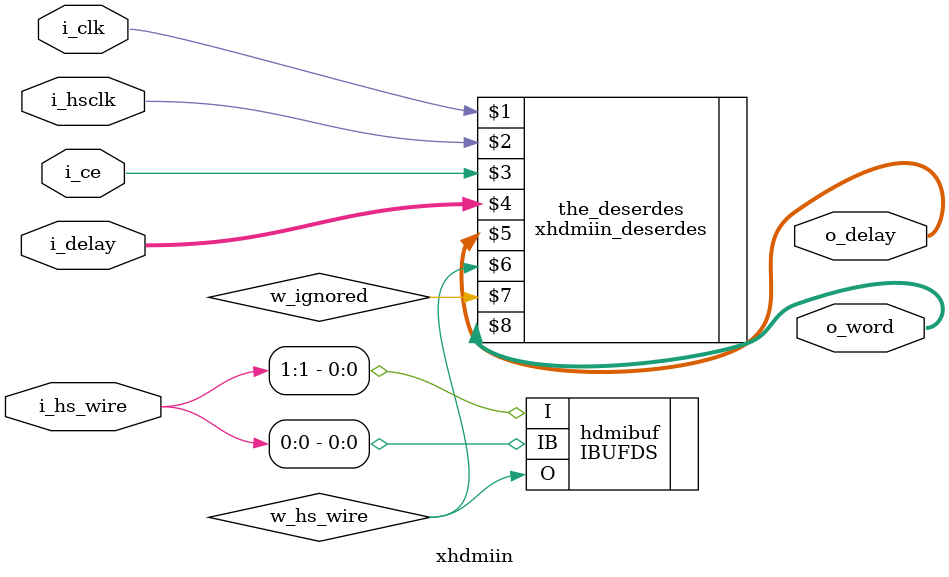
<source format=v>
`default_nettype	none
module	xhdmiin(i_clk, i_hsclk, i_ce, i_delay, o_delay,
			i_hs_wire, o_word);
	parameter	DC = 0;
	input	wire		i_clk;
	input	wire		i_hsclk;
	//
	input	wire		i_ce;
	input	wire	[4:0]	i_delay;
	output	wire	[4:0]	o_delay;
	input	wire	[1:0]	i_hs_wire;
	output	wire	[9:0]	o_word;

	wire		w_ignored;
	wire	[9:0]	w_word;

	wire	w_hs_wire, w_hs_delayed_wire;
	IBUFDS	hdmibuf(
			.I(i_hs_wire[1]), .IB(i_hs_wire[0]),
			.O(w_hs_wire));

	xhdmiin_deserdes the_deserdes(i_clk, i_hsclk,
		 i_ce, i_delay, o_delay, w_hs_wire, w_ignored, o_word);

endmodule

</source>
